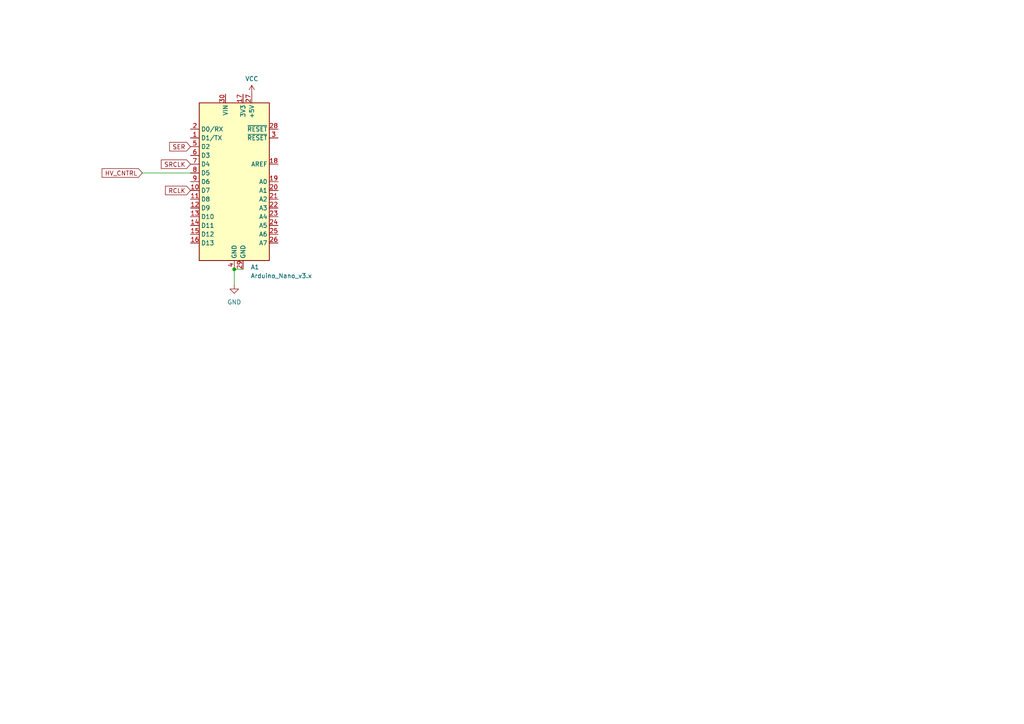
<source format=kicad_sch>
(kicad_sch (version 20230121) (generator eeschema)
  (paper "A4")
  (lib_symbols
    (symbol "nixie-3-symbols:Arduino_Nano_v3.x"
      (property "Reference" "A" (at -10.16 23.495 0))
      (property "Value" "Arduino_Nano_v3.x" (at 5.08 -24.13 0))
      (symbol "Arduino_Nano_v3.x_0_1"
        (rectangle (start -10.16 22.86) (end 10.16 -22.86) (stroke (width 0.254)) (fill (type background)))
      )
      (symbol "Arduino_Nano_v3.x_1_1"
        (pin bidirectional line (at -12.7 12.7 0) (length 2.54) (name "D1/TX") (number "1"))
        (pin bidirectional line (at -12.7 -2.54 0) (length 2.54) (name "D7") (number "10"))
        (pin bidirectional line (at -12.7 -5.08 0) (length 2.54) (name "D8") (number "11"))
        (pin bidirectional line (at -12.7 -7.62 0) (length 2.54) (name "D9") (number "12"))
        (pin bidirectional line (at -12.7 -10.16 0) (length 2.54) (name "D10") (number "13"))
        (pin bidirectional line (at -12.7 -12.7 0) (length 2.54) (name "D11") (number "14"))
        (pin bidirectional line (at -12.7 -15.24 0) (length 2.54) (name "D12") (number "15"))
        (pin bidirectional line (at -12.7 -17.78 0) (length 2.54) (name "D13") (number "16"))
        (pin power_out line (at 2.54 25.4 270) (length 2.54) (name "3V3") (number "17"))
        (pin input line (at 12.7 5.08 180) (length 2.54) (name "AREF") (number "18"))
        (pin bidirectional line (at 12.7 0 180) (length 2.54) (name "A0") (number "19"))
        (pin bidirectional line (at -12.7 15.24 0) (length 2.54) (name "D0/RX") (number "2"))
        (pin bidirectional line (at 12.7 -2.54 180) (length 2.54) (name "A1") (number "20"))
        (pin bidirectional line (at 12.7 -5.08 180) (length 2.54) (name "A2") (number "21"))
        (pin bidirectional line (at 12.7 -7.62 180) (length 2.54) (name "A3") (number "22"))
        (pin bidirectional line (at 12.7 -10.16 180) (length 2.54) (name "A4") (number "23"))
        (pin bidirectional line (at 12.7 -12.7 180) (length 2.54) (name "A5") (number "24"))
        (pin bidirectional line (at 12.7 -15.24 180) (length 2.54) (name "A6") (number "25"))
        (pin bidirectional line (at 12.7 -17.78 180) (length 2.54) (name "A7") (number "26"))
        (pin power_out line (at 5.08 25.4 270) (length 2.54) (name "+5V") (number "27"))
        (pin input line (at 12.7 15.24 180) (length 2.54) (name "~{RESET}") (number "28"))
        (pin power_in line (at 2.54 -25.4 90) (length 2.54) (name "GND") (number "29"))
        (pin input line (at 12.7 12.7 180) (length 2.54) (name "~{RESET}") (number "3"))
        (pin power_in line (at -2.54 25.4 270) (length 2.54) (name "VIN") (number "30"))
        (pin power_in line (at 0 -25.4 90) (length 2.54) (name "GND") (number "4"))
        (pin bidirectional line (at -12.7 10.16 0) (length 2.54) (name "D2") (number "5"))
        (pin bidirectional line (at -12.7 7.62 0) (length 2.54) (name "D3") (number "6"))
        (pin bidirectional line (at -12.7 5.08 0) (length 2.54) (name "D4") (number "7"))
        (pin bidirectional line (at -12.7 2.54 0) (length 2.54) (name "D5") (number "8"))
        (pin bidirectional line (at -12.7 0 0) (length 2.54) (name "D6") (number "9"))
      )
    )
    (symbol "power:GND" (power) (pin_names (offset 0))
      (property "Value" "GND" (at 0 -3.81 0))
      (symbol "GND_0_1"
        (polyline (pts (xy 0 0) (xy 0 -1.27) (xy 1.27 -1.27) (xy 0 -2.54) (xy -1.27 -1.27) (xy 0 -1.27)))
      )
      (symbol "GND_1_1"
        (pin power_in line (at 0 0 270) (length 0) hide (name "GND") (number "1"))
      )
    )
    (symbol "power:VCC" (power) (pin_names (offset 0))
      (property "Value" "VCC" (at 0 3.81 0))
      (symbol "VCC_0_1"
        (polyline (pts (xy -0.762 1.27) (xy 0 2.54)))
        (polyline (pts (xy 0 0) (xy 0 2.54)))
        (polyline (pts (xy 0 2.54) (xy 0.762 1.27)))
      )
      (symbol "VCC_1_1"
        (pin power_in line (at 0 0 90) (length 0) hide (name "VCC") (number "1"))
      )
    )
  )
  (junction (at 67.945 78.105))
  (wire (pts (xy 67.945 78.105) (xy 70.485 78.105)))
  (wire (pts (xy 41.275 50.165) (xy 55.245 50.165)))
  (wire (pts (xy 67.945 78.105) (xy 67.945 82.55)))
  (global_label "SER" (shape input) (at 55.245 42.545 180) (property "Intersheetrefs" "${INTERSHEET_REFS}" (effects hide)))
  (global_label "RCLK" (shape input) (at 55.245 55.245 180) (property "Intersheetrefs" "${INTERSHEET_REFS}" (effects hide)))
  (global_label "SRCLK" (shape input) (at 55.245 47.625 180) (property "Intersheetrefs" "${INTERSHEET_REFS}" (effects hide)))
  (global_label "HV_CNTRL" (shape input) (at 41.275 50.165 180) (property "Intersheetrefs" "${INTERSHEET_REFS}" (effects hide)))
  (symbol (lib_id "power:GND") (at 67.945 82.55 0) (unit 1)
    (property "Reference" "#PWR02" (effects hide))
    (property "Value" "GND" (at 67.945 87.63 0))
  )
  (symbol (lib_id "nixie-3-symbols:Arduino_Nano_v3.x") (at 67.945 52.705 0) (unit 1)
    (property "Reference" "A1" (at 72.6791 77.47 0) (effects (justify left)))
    (property "Value" "Arduino_Nano_v3.x" (at 72.6791 80.01 0) (effects (justify left)))
    (property "Footprint" "Module:Arduino_Nano" (effects hide))
    (property "Datasheet" "http://www.mouser.com/pdfdocs/Gravitech_Arduino_Nano3_0.pdf" (effects hide))
  )
  (symbol (lib_id "power:VCC") (at 73.025 27.305 0) (unit 1)
    (property "Reference" "#PWR010" (effects hide))
    (property "Value" "VCC" (at 73.025 22.86 0))
  )
)
</source>
